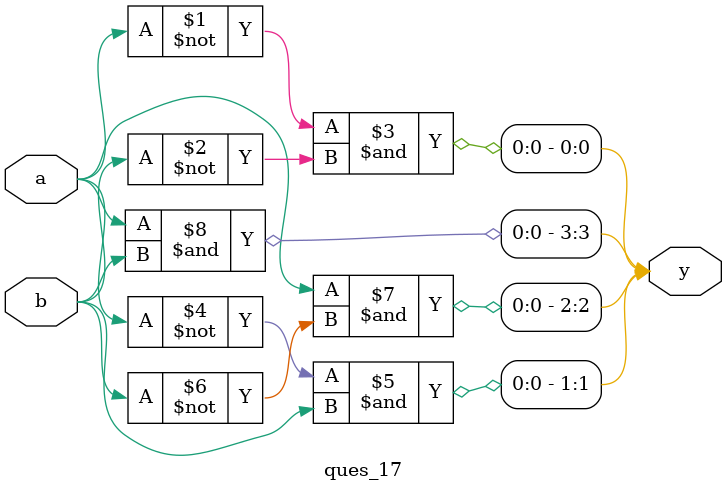
<source format=v>
`timescale 1ns / 1ps

module ques_17(input a,input b,output [3:0] y);

    assign y[0]=~a & ~b;
    assign y[1]=~a &  b;
    assign y[2]= a & ~b;
    assign y[3]= a &  b;
endmodule

</source>
